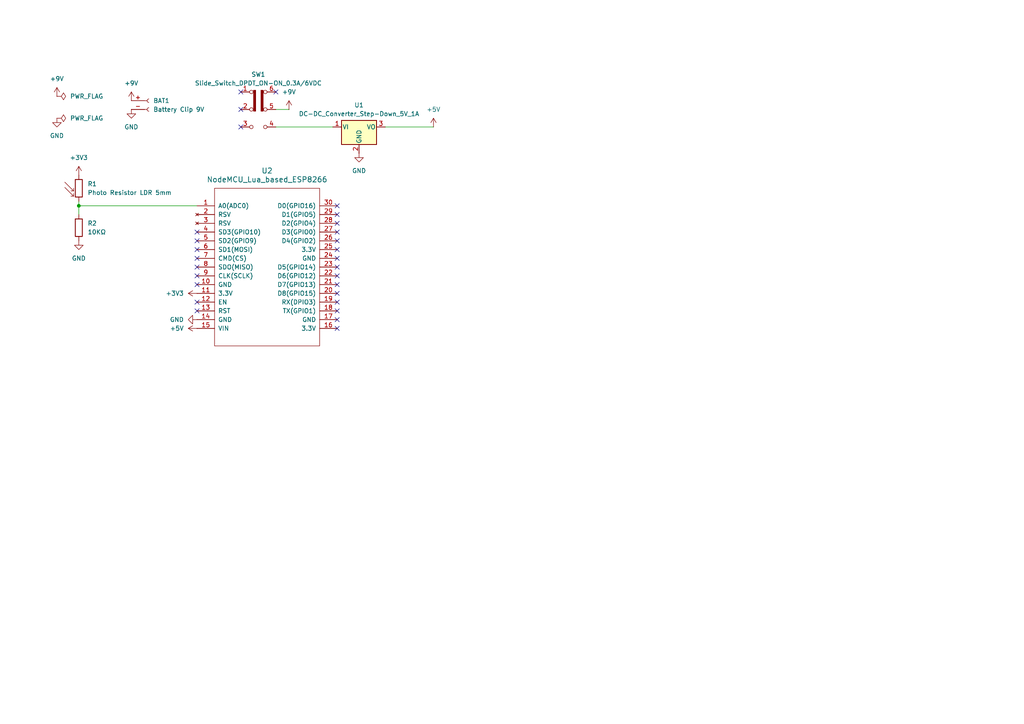
<source format=kicad_sch>
(kicad_sch (version 20231120) (generator "eeschema") (generator_version "8.0")
  (paper "A4")
  (lib_symbols
    (symbol "1 Grobotronics:Battery_Clip_9V" (pin_names (offset 1.016) hide)
      (property "Reference" "J1" (at 1.27 0.0001 0))
      (property "Value" "Battery Clip 9V" (at 1.27 -2.5399 0))
      (symbol "Battery_Clip_9V_1_1"
        (arc (start 0 -2.032) (mid -0.5058 -2.54) (end 0 -3.048) (stroke (width 0.1524)))
        (polyline (pts (xy -1.27 -2.54) (xy -0.508 -2.54)) (stroke (width 0.1524)))
        (polyline (pts (xy -1.27 0) (xy -0.508 0)) (stroke (width 0.1524)))
        (arc (start 0 0.508) (mid -0.5058 0) (end 0 -0.508) (stroke (width 0.1524)))
        (pin power_in line (at -5.08 0 0) (length 3.81) (name "Pin_1") (number "+"))
        (pin power_in line (at -5.08 -2.54 0) (length 3.81) (name "Pin_2") (number "-"))
      )
    )
    (symbol "1 Grobotronics:DC-DC_Converter_Step-Down_5V_1A" (pin_names (offset 0.254))
      (property "Reference" "U" (at -3.81 3.175 0))
      (property "Value" "DC-DC_Converter_Step-Down_5V_1A" (at -0.254 8.636 0))
      (symbol "DC-DC_Converter_Step-Down_5V_1A_0_1"
        (rectangle (start -5.08 1.905) (end 5.08 -5.08) (stroke (width 0.254)) (fill (type background)))
      )
      (symbol "DC-DC_Converter_Step-Down_5V_1A_1_1"
        (pin power_in line (at -7.62 0 0) (length 2.54) (name "VI") (number "1"))
        (pin power_in line (at 0 -7.62 90) (length 2.54) (name "GND") (number "2"))
        (pin power_out line (at 7.62 0 180) (length 2.54) (name "VO") (number "3"))
      )
    )
    (symbol "1 Grobotronics:NodeMCU_Lua_based_ESP8266" (pin_names (offset 1.016))
      (property "Reference" "U" (at -22.86 20.574 0))
      (property "Value" "NodeMCU_Lua_based_ESP8266" (at -22.86 -4.572 90))
      (symbol "NodeMCU_Lua_based_ESP8266_0_1"
        (rectangle (start -38.1 -26.67) (end -7.62 19.05))
      )
      (symbol "NodeMCU_Lua_based_ESP8266_1_1"
        (pin input line (at -43.18 13.97 0) (length 5.08) (name "A0(ADC0)") (number "1"))
        (pin input line (at -43.18 -8.89 0) (length 5.08) (name "GND") (number "10"))
        (pin power_out line (at -43.18 -11.43 0) (length 5.08) (name "3.3V") (number "11"))
        (pin input line (at -43.18 -13.97 0) (length 5.08) (name "EN") (number "12"))
        (pin input line (at -43.18 -16.51 0) (length 5.08) (name "RST") (number "13"))
        (pin power_in line (at -43.18 -19.05 0) (length 5.08) (name "GND") (number "14"))
        (pin power_in line (at -43.18 -21.59 0) (length 5.08) (name "VIN") (number "15"))
        (pin power_out line (at -2.54 -21.59 180) (length 5.08) (name "3.3V") (number "16"))
        (pin power_in line (at -2.54 -19.05 180) (length 5.08) (name "GND") (number "17"))
        (pin output line (at -2.54 -16.51 180) (length 5.08) (name "TX(GPIO1)") (number "18"))
        (pin input line (at -2.54 -13.97 180) (length 5.08) (name "RX(DPIO3)") (number "19"))
        (pin no_connect line (at -43.18 11.43 0) (length 5.08) (name "RSV") (number "2"))
        (pin bidirectional line (at -2.54 -11.43 180) (length 5.08) (name "D8(GPIO15)") (number "20"))
        (pin bidirectional line (at -2.54 -8.89 180) (length 5.08) (name "D7(GPIO13)") (number "21"))
        (pin bidirectional line (at -2.54 -6.35 180) (length 5.08) (name "D6(GPIO12)") (number "22"))
        (pin bidirectional line (at -2.54 -3.81 180) (length 5.08) (name "D5(GPIO14)") (number "23"))
        (pin power_in line (at -2.54 -1.27 180) (length 5.08) (name "GND") (number "24"))
        (pin power_out line (at -2.54 1.27 180) (length 5.08) (name "3.3V") (number "25"))
        (pin bidirectional line (at -2.54 3.81 180) (length 5.08) (name "D4(GPIO2)") (number "26"))
        (pin bidirectional line (at -2.54 6.35 180) (length 5.08) (name "D3(GPIO0)") (number "27"))
        (pin bidirectional line (at -2.54 8.89 180) (length 5.08) (name "D2(GPIO4)") (number "28"))
        (pin bidirectional line (at -2.54 11.43 180) (length 5.08) (name "D1(GPIO5)") (number "29"))
        (pin no_connect line (at -43.18 8.89 0) (length 5.08) (name "RSV") (number "3"))
        (pin output line (at -2.54 13.97 180) (length 5.08) (name "D0(GPIO16)") (number "30"))
        (pin bidirectional line (at -43.18 6.35 0) (length 5.08) (name "SD3(GPIO10)") (number "4"))
        (pin bidirectional line (at -43.18 3.81 0) (length 5.08) (name "SD2(GPIO9)") (number "5"))
        (pin bidirectional line (at -43.18 1.27 0) (length 5.08) (name "SD1(MOSI)") (number "6"))
        (pin bidirectional line (at -43.18 -1.27 0) (length 5.08) (name "CMD(CS)") (number "7"))
        (pin bidirectional line (at -43.18 -3.81 0) (length 5.08) (name "SDO(MISO)") (number "8"))
        (pin bidirectional line (at -43.18 -6.35 0) (length 5.08) (name "CLK(SCLK)") (number "9"))
      )
    )
    (symbol "1 Grobotronics:Photo_Resistor_LDR_5mm" (pin_numbers hide) (pin_names (offset 0))
      (property "Reference" "R1" (at 2.794 0 90))
      (property "Value" "Photo Resistor LDR 5mm" (at 14.224 6.096 0))
      (symbol "Photo_Resistor_LDR_5mm_0_1"
        (rectangle (start -1.016 2.54) (end 1.016 -2.54) (stroke (width 0.254)))
        (polyline (pts (xy -1.524 -2.286) (xy -4.064 0.254)))
        (polyline (pts (xy -1.524 -2.286) (xy -2.286 -2.286)))
        (polyline (pts (xy -1.524 -2.286) (xy -1.524 -1.524)))
        (polyline (pts (xy -1.524 -0.762) (xy -4.064 1.778)))
        (polyline (pts (xy -1.524 -0.762) (xy -2.286 -0.762)))
        (polyline (pts (xy -1.524 -0.762) (xy -1.524 0)))
      )
      (symbol "Photo_Resistor_LDR_5mm_1_1"
        (pin power_in line (at 0 3.81 270) (length 1.27) (name "~") (number "1"))
        (pin power_out line (at 0 -3.81 90) (length 1.27) (name "~") (number "2"))
      )
    )
    (symbol "1 Grobotronics:Slide_Switch_DPDT_ON-ON_0.3A/6VDC" (pin_names (offset 0) hide)
      (property "Reference" "SW" (at 0 6.858 0))
      (property "Value" "Slide_Switch_DPDT_ON-ON_0.3A/6VDC" (at 17.018 14.986 0))
      (symbol "Slide_Switch_DPDT_ON-ON_0.3A/6VDC_0_0"
        (circle (center -2.032 -5.08) (radius 0.508))
        (circle (center -2.032 5.08) (radius 0.508))
        (circle (center 2.032 -5.08) (radius 0.508))
        (circle (center 2.032 0) (radius 0.508))
      )
      (symbol "Slide_Switch_DPDT_ON-ON_0.3A/6VDC_0_1"
        (circle (center -2.032 0) (radius 0.508))
        (circle (center 2.032 5.08) (radius 0.508))
      )
      (symbol "Slide_Switch_DPDT_ON-ON_0.3A/6VDC_1_1"
        (rectangle (start -1.397 5.588) (end -0.762 -0.508) (fill (type outline)))
        (rectangle (start 0.762 5.588) (end 1.397 -0.508) (fill (type outline)))
        (pin power_out line (at -5.08 5.08 0) (length 2.54) (name "A") (number "1"))
        (pin power_in line (at -5.08 0 0) (length 2.54) (name "B") (number "2"))
        (pin power_out line (at -5.08 -5.08 0) (length 2.54) (name "C") (number "3"))
        (pin power_out line (at 5.08 -5.08 180) (length 2.54) (name "A") (number "4"))
        (pin power_in line (at 5.08 0 180) (length 2.54) (name "B") (number "5"))
        (pin power_out line (at 5.08 5.08 180) (length 2.54) (name "C") (number "6"))
      )
    )
    (symbol "Device:R" (pin_numbers hide) (pin_names (offset 0))
      (property "Reference" "R" (at 2.032 0 90))
      (property "Value" "R" (at 0 0 90))
      (symbol "R_0_1"
        (rectangle (start -1.016 -2.54) (end 1.016 2.54) (stroke (width 0.254)))
      )
      (symbol "R_1_1"
        (pin passive line (at 0 3.81 270) (length 1.27) (name "~") (number "1"))
        (pin passive line (at 0 -3.81 90) (length 1.27) (name "~") (number "2"))
      )
    )
    (symbol "power:+3V3" (power) (pin_numbers hide) (pin_names (offset 0) hide)
      (property "Value" "+3V3" (at 0 3.556 0))
      (symbol "+3V3_0_1"
        (polyline (pts (xy -0.762 1.27) (xy 0 2.54)))
        (polyline (pts (xy 0 0) (xy 0 2.54)))
        (polyline (pts (xy 0 2.54) (xy 0.762 1.27)))
      )
      (symbol "+3V3_1_1"
        (pin power_in line (at 0 0 90) (length 0) (name "~") (number "1"))
      )
    )
    (symbol "power:+5V" (power) (pin_numbers hide) (pin_names (offset 0) hide)
      (property "Value" "+5V" (at 0 3.556 0))
      (symbol "+5V_0_1"
        (polyline (pts (xy -0.762 1.27) (xy 0 2.54)))
        (polyline (pts (xy 0 0) (xy 0 2.54)))
        (polyline (pts (xy 0 2.54) (xy 0.762 1.27)))
      )
      (symbol "+5V_1_1"
        (pin power_in line (at 0 0 90) (length 0) (name "~") (number "1"))
      )
    )
    (symbol "power:+9V" (power) (pin_numbers hide) (pin_names (offset 0) hide)
      (property "Value" "+9V" (at 0 3.556 0))
      (symbol "+9V_0_1"
        (polyline (pts (xy -0.762 1.27) (xy 0 2.54)))
        (polyline (pts (xy 0 0) (xy 0 2.54)))
        (polyline (pts (xy 0 2.54) (xy 0.762 1.27)))
      )
      (symbol "+9V_1_1"
        (pin power_in line (at 0 0 90) (length 0) (name "~") (number "1"))
      )
    )
    (symbol "power:GND" (power) (pin_numbers hide) (pin_names (offset 0) hide)
      (property "Value" "GND" (at 0 -3.81 0))
      (symbol "GND_0_1"
        (polyline (pts (xy 0 0) (xy 0 -1.27) (xy 1.27 -1.27) (xy 0 -2.54) (xy -1.27 -1.27) (xy 0 -1.27)))
      )
      (symbol "GND_1_1"
        (pin power_in line (at 0 0 270) (length 0) (name "~") (number "1"))
      )
    )
    (symbol "power:PWR_FLAG" (power) (pin_numbers hide) (pin_names (offset 0) hide)
      (property "Value" "PWR_FLAG" (at 0 3.81 0))
      (symbol "PWR_FLAG_0_0"
        (pin power_out line (at 0 0 90) (length 0) (name "~") (number "1"))
      )
      (symbol "PWR_FLAG_0_1"
        (polyline (pts (xy 0 0) (xy 0 1.27) (xy -1.016 1.905) (xy 0 2.54) (xy 1.016 1.905) (xy 0 1.27)))
      )
    )
  )
  (junction (at 22.86 59.69))
  (no_connect (at 97.79 69.85))
  (no_connect (at 57.15 87.63))
  (no_connect (at 97.79 77.47))
  (no_connect (at 97.79 62.23))
  (no_connect (at 69.85 31.75))
  (no_connect (at 57.15 77.47))
  (no_connect (at 97.79 87.63))
  (no_connect (at 97.79 92.71))
  (no_connect (at 69.85 36.83))
  (no_connect (at 97.79 90.17))
  (no_connect (at 97.79 67.31))
  (no_connect (at 97.79 74.93))
  (no_connect (at 97.79 59.69))
  (no_connect (at 57.15 69.85))
  (no_connect (at 57.15 90.17))
  (no_connect (at 57.15 80.01))
  (no_connect (at 57.15 74.93))
  (no_connect (at 57.15 72.39))
  (no_connect (at 97.79 82.55))
  (no_connect (at 97.79 80.01))
  (no_connect (at 69.85 26.67))
  (no_connect (at 80.01 26.67))
  (no_connect (at 97.79 95.25))
  (no_connect (at 97.79 85.09))
  (no_connect (at 97.79 72.39))
  (no_connect (at 57.15 82.55))
  (no_connect (at 97.79 64.77))
  (no_connect (at 57.15 67.31))
  (wire (pts (xy 22.86 59.69) (xy 57.15 59.69)))
  (wire (pts (xy 22.86 59.69) (xy 22.86 62.23)))
  (wire (pts (xy 80.01 31.75) (xy 83.82 31.75)))
  (wire (pts (xy 111.76 36.83) (xy 125.73 36.83)))
  (wire (pts (xy 80.01 36.83) (xy 96.52 36.83)))
  (wire (pts (xy 22.86 58.42) (xy 22.86 59.69)))
  (symbol (lib_id "power:+5V") (at 57.15 95.25 90) (unit 1)
    (property "Reference" "#PWR010" (effects (hide yes)))
    (property "Value" "+5V" (at 53.34 95.2499 90) (effects (justify left)))
    (property "Description" "Power symbol creates a global label with name \"+5V\"" (effects (hide yes)))
  )
  (symbol (lib_id "power:+5V") (at 125.73 36.83 0) (unit 1)
    (property "Reference" "#PWR07" (effects (hide yes)))
    (property "Value" "+5V" (at 125.73 31.75 0))
    (property "Description" "Power symbol creates a global label with name \"+5V\"" (effects (hide yes)))
  )
  (symbol (lib_id "1 Grobotronics:NodeMCU_Lua_based_ESP8266") (at 100.33 73.66 0) (unit 1)
    (property "Reference" "U2" (at 77.47 49.53 0) (effects (font (size 1.524 1.524))))
    (property "Value" "NodeMCU_Lua_based_ESP8266" (at 77.47 52.07 0) (effects (font (size 1.524 1.524))))
    (property "Footprint" "! Grobotronics:NodeMCU - Lua based ESP8266" (effects (hide yes)))
    (property "Description" "19-00058266" (effects (hide yes)))
  )
  (symbol (lib_id "power:GND") (at 22.86 69.85 0) (unit 1)
    (property "Reference" "#PWR012" (effects (hide yes)))
    (property "Value" "GND" (at 22.86 74.93 0))
    (property "Description" "Power symbol creates a global label with name \"GND\" , ground" (effects (hide yes)))
  )
  (symbol (lib_id "Device:R") (at 22.86 66.04 0) (unit 1)
    (property "Reference" "R2" (at 25.4 64.7699 0) (effects (justify left)))
    (property "Value" "10ΚΩ" (at 25.4 67.3099 0) (effects (justify left)))
    (property "Footprint" "Resistor_THT:R_Axial_DIN0207_L6.3mm_D2.5mm_P7.62mm_Horizontal" (effects (hide yes)))
    (property "Description" "Resistor" (effects (hide yes)))
  )
  (symbol (lib_id "power:+3V3") (at 22.86 50.8 0) (unit 1)
    (property "Reference" "#PWR011" (effects (hide yes)))
    (property "Value" "+3V3" (at 22.86 45.72 0))
    (property "Description" "Power symbol creates a global label with name \"+3V3\"" (effects (hide yes)))
  )
  (symbol (lib_id "power:PWR_FLAG") (at 16.51 27.94 270) (unit 1)
    (property "Reference" "#FLG01" (effects (hide yes)))
    (property "Value" "PWR_FLAG" (at 20.32 27.9399 90) (effects (justify left)))
    (property "Description" "Special symbol for telling ERC where power comes from" (effects (hide yes)))
  )
  (symbol (lib_id "power:GND") (at 38.1 31.75 0) (unit 1)
    (property "Reference" "#PWR04" (effects (hide yes)))
    (property "Value" "GND" (at 38.1 36.83 0))
    (property "Description" "Power symbol creates a global label with name \"GND\" , ground" (effects (hide yes)))
  )
  (symbol (lib_id "power:+9V") (at 38.1 29.21 0) (unit 1)
    (property "Reference" "#PWR03" (effects (hide yes)))
    (property "Value" "+9V" (at 38.1 24.13 0))
    (property "Description" "Power symbol creates a global label with name \"+9V\"" (effects (hide yes)))
  )
  (symbol (lib_id "power:+3V3") (at 57.15 85.09 90) (unit 1)
    (property "Reference" "#PWR08" (effects (hide yes)))
    (property "Value" "+3V3" (at 53.34 85.0899 90) (effects (justify left)))
    (property "Description" "Power symbol creates a global label with name \"+3V3\"" (effects (hide yes)))
  )
  (symbol (lib_id "power:GND") (at 57.15 92.71 270) (unit 1)
    (property "Reference" "#PWR09" (effects (hide yes)))
    (property "Value" "GND" (at 53.34 92.7099 90) (effects (justify right)))
    (property "Description" "Power symbol creates a global label with name \"GND\" , ground" (effects (hide yes)))
  )
  (symbol (lib_id "1 Grobotronics:Slide_Switch_DPDT_ON-ON_0.3A/6VDC") (at 74.93 31.75 0) (unit 1)
    (property "Reference" "SW1" (at 74.93 21.59 0))
    (property "Value" "Slide_Switch_DPDT_ON-ON_0.3A/6VDC" (at 74.93 24.13 0))
    (property "Footprint" "Button_Switch_THT:SW_CK_JS202011CQN_DPDT_Straight" (effects (hide yes)))
    (property "Description" "05-00022351" (effects (hide yes)))
  )
  (symbol (lib_id "power:GND") (at 104.14 44.45 0) (unit 1)
    (property "Reference" "#PWR06" (effects (hide yes)))
    (property "Value" "GND" (at 104.14 49.53 0))
    (property "Description" "Power symbol creates a global label with name \"GND\" , ground" (effects (hide yes)))
  )
  (symbol (lib_id "1 Grobotronics:Battery_Clip_9V") (at 43.18 29.21 0) (unit 1)
    (property "Reference" "BAT1" (at 44.45 29.2099 0) (effects (justify left)))
    (property "Value" "Battery Clip 9V" (at 44.45 31.7499 0) (effects (justify left)))
    (property "Footprint" "! Grobotronics:Battery_Clip_9V" (effects (hide yes)))
    (property "Description" "29-00012827" (effects (hide yes)))
  )
  (symbol (lib_id "power:GND") (at 16.51 34.29 0) (unit 1)
    (property "Reference" "#PWR02" (effects (hide yes)))
    (property "Value" "GND" (at 16.51 39.37 0))
    (property "Description" "Power symbol creates a global label with name \"GND\" , ground" (effects (hide yes)))
  )
  (symbol (lib_id "1 Grobotronics:Photo_Resistor_LDR_5mm") (at 22.86 54.61 0) (unit 1)
    (property "Reference" "R1" (at 25.4 53.3399 0) (effects (justify left)))
    (property "Value" "Photo Resistor LDR 5mm" (at 25.4 55.8799 0) (effects (justify left)))
    (property "Footprint" "OptoDevice:R_LDR_5.1x4.3mm_P3.4mm_Vertical" (effects (hide yes)))
    (property "Description" "9-00019088" (effects (hide yes)))
  )
  (symbol (lib_id "1 Grobotronics:DC-DC_Converter_Step-Down_5V_1A") (at 104.14 36.83 0) (unit 1)
    (property "Reference" "U1" (at 104.14 30.48 0))
    (property "Value" "DC-DC_Converter_Step-Down_5V_1A" (at 104.14 33.02 0))
    (property "Footprint" "Package_TO_SOT_THT:TO-220-3_Vertical" (effects (hide yes)))
    (property "Description" "39-00013271" (effects (hide yes)))
  )
  (symbol (lib_id "power:+9V") (at 83.82 31.75 0) (unit 1)
    (property "Reference" "#PWR05" (effects (hide yes)))
    (property "Value" "+9V" (at 83.82 26.67 0))
    (property "Description" "Power symbol creates a global label with name \"+9V\"" (effects (hide yes)))
  )
  (symbol (lib_id "power:PWR_FLAG") (at 16.51 34.29 270) (unit 1)
    (property "Reference" "#FLG02" (effects (hide yes)))
    (property "Value" "PWR_FLAG" (at 20.32 34.2899 90) (effects (justify left)))
    (property "Description" "Special symbol for telling ERC where power comes from" (effects (hide yes)))
  )
  (symbol (lib_id "power:+9V") (at 16.51 27.94 0) (unit 1)
    (property "Reference" "#PWR01" (effects (hide yes)))
    (property "Value" "+9V" (at 16.51 22.86 0))
    (property "Description" "Power symbol creates a global label with name \"+9V\"" (effects (hide yes)))
  )
)
</source>
